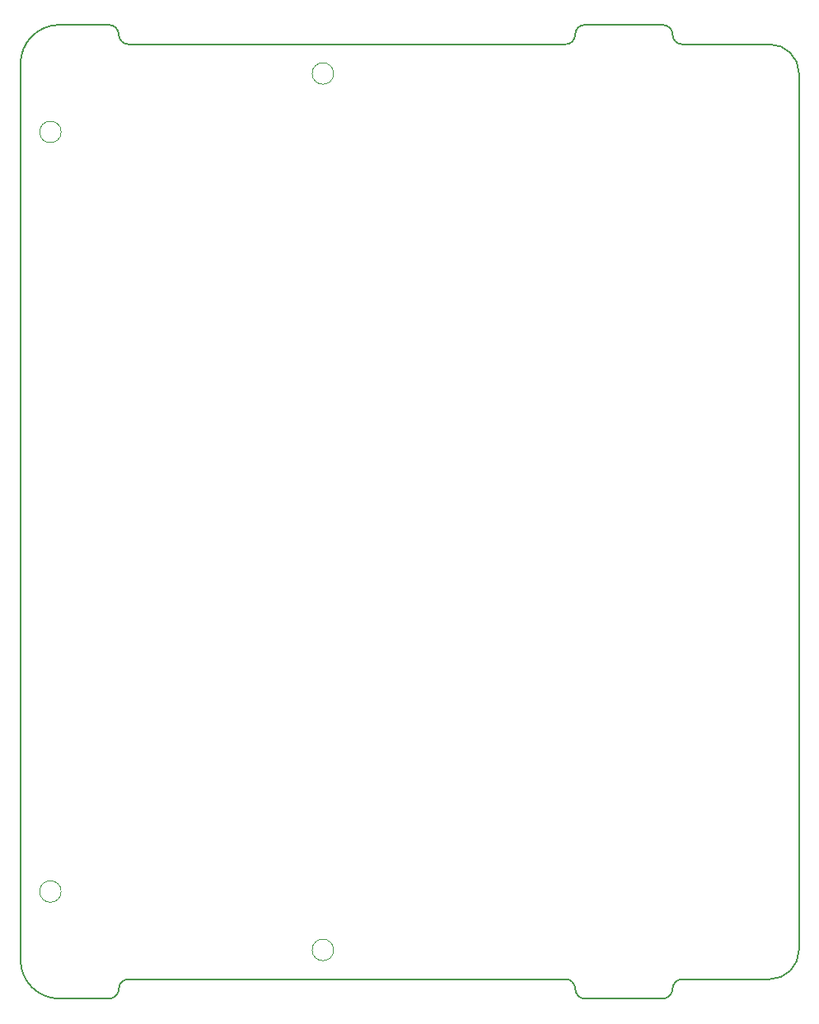
<source format=gbr>
%TF.GenerationSoftware,KiCad,Pcbnew,9.0.2*%
%TF.CreationDate,2025-05-30T08:26:37+03:00*%
%TF.ProjectId,PM-CNV_AI8-IU,504d2d43-4e56-45f4-9149-382d49552e6b,rev?*%
%TF.SameCoordinates,Original*%
%TF.FileFunction,Profile,NP*%
%FSLAX46Y46*%
G04 Gerber Fmt 4.6, Leading zero omitted, Abs format (unit mm)*
G04 Created by KiCad (PCBNEW 9.0.2) date 2025-05-30 08:26:37*
%MOMM*%
%LPD*%
G01*
G04 APERTURE LIST*
%TA.AperFunction,Profile*%
%ADD10C,0.200000*%
%TD*%
%TA.AperFunction,Profile*%
%ADD11C,0.050000*%
%TD*%
G04 APERTURE END LIST*
D10*
X-36000000Y-50000000D02*
G75*
G02*
X-40000000Y-46000000I0J4000000D01*
G01*
X18000000Y-50000000D02*
G75*
G02*
X17000000Y-49000000I0J1000000D01*
G01*
X37000000Y48000000D02*
G75*
G02*
X40000000Y45000000I0J-3000000D01*
G01*
X28000000Y48000000D02*
G75*
G02*
X27000000Y49000000I0J1000000D01*
G01*
X26000000Y50000000D02*
X18000000Y50000000D01*
X16000000Y-48000000D02*
G75*
G02*
X17000000Y-49000000I0J-1000000D01*
G01*
X-36000000Y-50000000D02*
X-30900000Y-50000000D01*
X27000000Y-49000000D02*
G75*
G02*
X28000000Y-48000000I1000000J0D01*
G01*
X17000000Y49000000D02*
G75*
G02*
X16000000Y48000000I-1000000J0D01*
G01*
X28000000Y-48000000D02*
X37000000Y-48000000D01*
X-29900000Y-49000000D02*
G75*
G02*
X-30900000Y-50000000I-1000000J0D01*
G01*
X-40000000Y46000000D02*
G75*
G02*
X-36000000Y50000000I4000000J0D01*
G01*
X27000000Y-49000000D02*
G75*
G02*
X26000000Y-50000000I-1000000J0D01*
G01*
X16000000Y-48000000D02*
X-28900000Y-48000000D01*
X18000000Y-50000000D02*
X26000000Y-50000000D01*
X-28900000Y48000000D02*
G75*
G02*
X-29900000Y49000000I0J1000000D01*
G01*
X-36000000Y50000000D02*
X-30900000Y50000000D01*
X-40000000Y46000000D02*
X-40000000Y-46000000D01*
X-29900000Y-49000000D02*
G75*
G02*
X-28900000Y-48000000I1000000J0D01*
G01*
X40000000Y-45000000D02*
G75*
G02*
X37000000Y-48000000I-3000000J0D01*
G01*
X40000000Y45000000D02*
X40000000Y-45000000D01*
X37000000Y48000000D02*
X28000000Y48000000D01*
X-30900000Y50000000D02*
G75*
G02*
X-29900000Y49000000I0J-1000000D01*
G01*
X-28900000Y48000000D02*
X16000000Y48000000D01*
X17000000Y49000000D02*
G75*
G02*
X18000000Y50000000I1000000J0D01*
G01*
X26000000Y50000000D02*
G75*
G02*
X27000000Y49000000I0J-1000000D01*
G01*
D11*
%TO.C,U1*%
X-35826271Y39000000D02*
G75*
G02*
X-38026271Y39000000I-1100000J0D01*
G01*
X-38026271Y39000000D02*
G75*
G02*
X-35826271Y39000000I1100000J0D01*
G01*
X-35826271Y-39000000D02*
G75*
G02*
X-38026271Y-39000000I-1100000J0D01*
G01*
X-38026271Y-39000000D02*
G75*
G02*
X-35826271Y-39000000I1100000J0D01*
G01*
X-7826271Y45000000D02*
G75*
G02*
X-10026271Y45000000I-1100000J0D01*
G01*
X-10026271Y45000000D02*
G75*
G02*
X-7826271Y45000000I1100000J0D01*
G01*
X-7826271Y-45000000D02*
G75*
G02*
X-10026271Y-45000000I-1100000J0D01*
G01*
X-10026271Y-45000000D02*
G75*
G02*
X-7826271Y-45000000I1100000J0D01*
G01*
%TD*%
M02*

</source>
